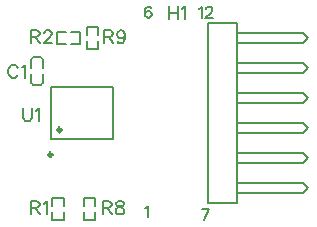
<source format=gto>
G04 Layer: TopSilkscreenLayer*
G04 EasyEDA v6.5.28, 2023-04-26 18:09:45*
G04 5b3014f588d64736849814bc4e181a52,358ee61244f84d38bc88aa0054fa78fe,10*
G04 Gerber Generator version 0.2*
G04 Scale: 100 percent, Rotated: No, Reflected: No *
G04 Dimensions in millimeters *
G04 leading zeros omitted , absolute positions ,4 integer and 5 decimal *
%FSLAX45Y45*%
%MOMM*%

%ADD10C,0.2032*%
%ADD11C,0.1524*%
%ADD12C,0.3000*%

%LPD*%
D10*
X3530600Y3511804D02*
G01*
X3539743Y3516376D01*
X3553206Y3529837D01*
X3553206Y3434334D01*
X3585209Y5205476D02*
G01*
X3580638Y5214365D01*
X3566922Y5218937D01*
X3557777Y5218937D01*
X3544315Y5214365D01*
X3535172Y5200904D01*
X3530600Y5178044D01*
X3530600Y5155437D01*
X3535172Y5137150D01*
X3544315Y5128005D01*
X3557777Y5123434D01*
X3562350Y5123434D01*
X3576065Y5128005D01*
X3585209Y5137150D01*
X3589781Y5150865D01*
X3589781Y5155437D01*
X3585209Y5168900D01*
X3576065Y5178044D01*
X3562350Y5182615D01*
X3557777Y5182615D01*
X3544315Y5178044D01*
X3535172Y5168900D01*
X3530600Y5155437D01*
X4076954Y3504437D02*
G01*
X4031488Y3408934D01*
X4013200Y3504437D02*
G01*
X4076954Y3504437D01*
X3987800Y5200904D02*
G01*
X3996943Y5205476D01*
X4010406Y5218937D01*
X4010406Y5123434D01*
X4044950Y5196331D02*
G01*
X4044950Y5200904D01*
X4049522Y5209794D01*
X4054093Y5214365D01*
X4063238Y5218937D01*
X4081525Y5218937D01*
X4090415Y5214365D01*
X4094988Y5209794D01*
X4099559Y5200904D01*
X4099559Y5191760D01*
X4094988Y5182615D01*
X4086097Y5168900D01*
X4040631Y5123434D01*
X4104131Y5123434D01*
D11*
X2565400Y5017515D02*
G01*
X2565400Y4908550D01*
X2565400Y5017515D02*
G01*
X2612136Y5017515D01*
X2627629Y5012436D01*
X2632963Y5007102D01*
X2638043Y4996687D01*
X2638043Y4986273D01*
X2632963Y4975860D01*
X2627629Y4970779D01*
X2612136Y4965700D01*
X2565400Y4965700D01*
X2601722Y4965700D02*
G01*
X2638043Y4908550D01*
X2677668Y4991607D02*
G01*
X2677668Y4996687D01*
X2682747Y5007102D01*
X2688081Y5012436D01*
X2698495Y5017515D01*
X2719070Y5017515D01*
X2729484Y5012436D01*
X2734818Y5007102D01*
X2739897Y4996687D01*
X2739897Y4986273D01*
X2734818Y4975860D01*
X2724404Y4960365D01*
X2672334Y4908550D01*
X2745231Y4908550D01*
X2565400Y3569715D02*
G01*
X2565400Y3460750D01*
X2565400Y3569715D02*
G01*
X2612136Y3569715D01*
X2627629Y3564636D01*
X2632963Y3559302D01*
X2638043Y3548887D01*
X2638043Y3538473D01*
X2632963Y3528060D01*
X2627629Y3522979D01*
X2612136Y3517900D01*
X2565400Y3517900D01*
X2601722Y3517900D02*
G01*
X2638043Y3460750D01*
X2672334Y3548887D02*
G01*
X2682747Y3554221D01*
X2698495Y3569715D01*
X2698495Y3460750D01*
X3175000Y3569715D02*
G01*
X3175000Y3460750D01*
X3175000Y3569715D02*
G01*
X3221736Y3569715D01*
X3237229Y3564636D01*
X3242563Y3559302D01*
X3247643Y3548887D01*
X3247643Y3538473D01*
X3242563Y3528060D01*
X3237229Y3522979D01*
X3221736Y3517900D01*
X3175000Y3517900D01*
X3211322Y3517900D02*
G01*
X3247643Y3460750D01*
X3308095Y3569715D02*
G01*
X3292347Y3564636D01*
X3287268Y3554221D01*
X3287268Y3543807D01*
X3292347Y3533394D01*
X3302761Y3528060D01*
X3323590Y3522979D01*
X3339084Y3517900D01*
X3349497Y3507486D01*
X3354831Y3497071D01*
X3354831Y3481323D01*
X3349497Y3470910D01*
X3344418Y3465829D01*
X3328670Y3460750D01*
X3308095Y3460750D01*
X3292347Y3465829D01*
X3287268Y3470910D01*
X3281934Y3481323D01*
X3281934Y3497071D01*
X3287268Y3507486D01*
X3297681Y3517900D01*
X3313175Y3522979D01*
X3334004Y3528060D01*
X3344418Y3533394D01*
X3349497Y3543807D01*
X3349497Y3554221D01*
X3344418Y3564636D01*
X3328670Y3569715D01*
X3308095Y3569715D01*
X3187700Y5017515D02*
G01*
X3187700Y4908550D01*
X3187700Y5017515D02*
G01*
X3234436Y5017515D01*
X3249929Y5012436D01*
X3255263Y5007102D01*
X3260343Y4996687D01*
X3260343Y4986273D01*
X3255263Y4975860D01*
X3249929Y4970779D01*
X3234436Y4965700D01*
X3187700Y4965700D01*
X3224022Y4965700D02*
G01*
X3260343Y4908550D01*
X3362197Y4981194D02*
G01*
X3357118Y4965700D01*
X3346704Y4955286D01*
X3331209Y4949952D01*
X3325875Y4949952D01*
X3310381Y4955286D01*
X3299968Y4965700D01*
X3294634Y4981194D01*
X3294634Y4986273D01*
X3299968Y5002021D01*
X3310381Y5012436D01*
X3325875Y5017515D01*
X3331209Y5017515D01*
X3346704Y5012436D01*
X3357118Y5002021D01*
X3362197Y4981194D01*
X3362197Y4955286D01*
X3357118Y4929123D01*
X3346704Y4913629D01*
X3331209Y4908550D01*
X3320795Y4908550D01*
X3305047Y4913629D01*
X3299968Y4924044D01*
X2452877Y4699507D02*
G01*
X2447543Y4709921D01*
X2437129Y4720336D01*
X2426970Y4725415D01*
X2406141Y4725415D01*
X2395727Y4720336D01*
X2385313Y4709921D01*
X2379979Y4699507D01*
X2374900Y4683760D01*
X2374900Y4657852D01*
X2379979Y4642357D01*
X2385313Y4631944D01*
X2395727Y4621529D01*
X2406141Y4616450D01*
X2426970Y4616450D01*
X2437129Y4621529D01*
X2447543Y4631944D01*
X2452877Y4642357D01*
X2487168Y4704587D02*
G01*
X2497581Y4709921D01*
X2513075Y4725415D01*
X2513075Y4616450D01*
X2501900Y4357115D02*
G01*
X2501900Y4279137D01*
X2506979Y4263644D01*
X2517393Y4253229D01*
X2533141Y4248150D01*
X2543556Y4248150D01*
X2559050Y4253229D01*
X2569463Y4263644D01*
X2574543Y4279137D01*
X2574543Y4357115D01*
X2608834Y4336287D02*
G01*
X2619247Y4341621D01*
X2634995Y4357115D01*
X2634995Y4248150D01*
X3733800Y5220715D02*
G01*
X3733800Y5111750D01*
X3806443Y5220715D02*
G01*
X3806443Y5111750D01*
X3733800Y5168900D02*
G01*
X3806443Y5168900D01*
X3840734Y5199887D02*
G01*
X3851147Y5205221D01*
X3866895Y5220715D01*
X3866895Y5111750D01*
X2905521Y5002860D02*
G01*
X2977324Y5002860D01*
X2977324Y4903139D01*
X2905521Y4903139D01*
X2860278Y5002860D02*
G01*
X2788475Y5002860D01*
X2788475Y4903139D01*
X2860278Y4903139D01*
X2744139Y3527821D02*
G01*
X2744139Y3599624D01*
X2843860Y3599624D01*
X2843860Y3527821D01*
X2744139Y3482578D02*
G01*
X2744139Y3410775D01*
X2843860Y3410775D01*
X2843860Y3482578D01*
X3110560Y3482578D02*
G01*
X3110560Y3410775D01*
X3010839Y3410775D01*
X3010839Y3482578D01*
X3110560Y3527821D02*
G01*
X3110560Y3599624D01*
X3010839Y3599624D01*
X3010839Y3527821D01*
X3036239Y4975621D02*
G01*
X3036239Y5047424D01*
X3135960Y5047424D01*
X3135960Y4975621D01*
X3036239Y4930378D02*
G01*
X3036239Y4858575D01*
X3135960Y4858575D01*
X3135960Y4930378D01*
X2566339Y4775230D02*
G01*
X2566339Y4696221D01*
X2666060Y4696221D02*
G01*
X2666060Y4775230D01*
X2650820Y4790470D02*
G01*
X2581579Y4790470D01*
X2566339Y4571969D02*
G01*
X2566339Y4650978D01*
X2666060Y4650978D02*
G01*
X2666060Y4571969D01*
X2650820Y4556729D02*
G01*
X2581579Y4556729D01*
X2733329Y4100360D02*
G01*
X2733329Y4535639D01*
X3261070Y4535639D01*
X3261070Y4100360D01*
X2733329Y4100360D01*
D10*
X4311594Y3555992D02*
G01*
X4061592Y3555992D01*
X4311594Y5079992D02*
G01*
X4061592Y5079992D01*
X4311594Y4995321D02*
G01*
X4869258Y4995321D01*
X4911592Y4952992D01*
X4869258Y4910663D01*
X4311594Y4910663D01*
X4311594Y4741321D02*
G01*
X4869258Y4741321D01*
X4911592Y4698992D01*
X4869258Y4656663D01*
X4311594Y4656663D01*
X4311594Y4487321D02*
G01*
X4869258Y4487321D01*
X4911592Y4444992D01*
X4869258Y4402663D01*
X4311594Y4402663D01*
X4311594Y4233326D02*
G01*
X4869258Y4233326D01*
X4911592Y4190992D01*
X4869258Y4148668D01*
X4311594Y4148668D01*
X4311594Y3979326D02*
G01*
X4869258Y3979326D01*
X4911592Y3936992D01*
X4869258Y3894668D01*
X4311594Y3894668D01*
X4311594Y3725326D02*
G01*
X4869258Y3725326D01*
X4911592Y3682992D01*
X4869258Y3640668D01*
X4311594Y3640668D01*
X4061592Y3555992D02*
G01*
X4061592Y5079992D01*
X4311594Y3555992D02*
G01*
X4311594Y5079992D01*
D11*
G75*
G01*
X2666060Y4775230D02*
G03*
X2650820Y4790470I-15240J0D01*
G75*
G01*
X2581580Y4790470D02*
G03*
X2566340Y4775230I0J-15240D01*
G75*
G01*
X2666060Y4571970D02*
G02*
X2650820Y4556730I-15240J0D01*
G75*
G01*
X2581580Y4556730D02*
G02*
X2566340Y4571970I0J15240D01*
D12*
G75*
G01
X2821711Y4175608D02*
G03X2821711Y4175608I-15011J0D01*
G75*
G01
X2744978Y3964991D02*
G03X2744978Y3964991I-15011J0D01*
M02*

</source>
